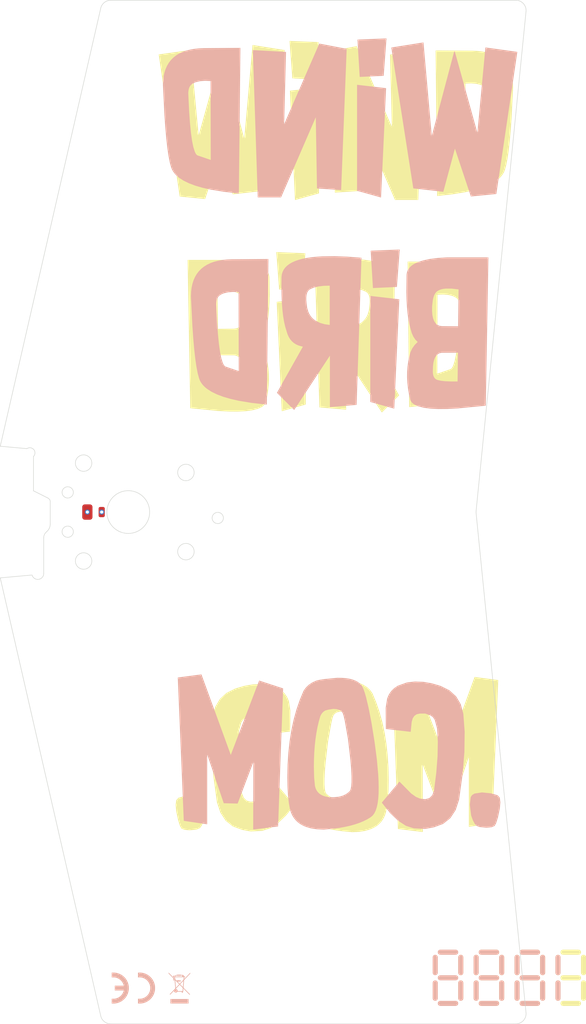
<source format=kicad_pcb>
(kicad_pcb (version 20221018) (generator pcbnew)
  (layers (0 "F.Cu" signal) (1 "In1.Cu" signal) (2 "In2.Cu" signal) (31 "B.Cu" signal) (34 "B.Paste" user) (35 "F.Paste" user) (36 "B.SilkS" user "B.Silkscreen") (37 "F.SilkS" user "F.Silkscreen") (38 "B.Mask" user) (39 "F.Mask" user) (44 "Edge.Cuts" user))
  (net 0 "")
  (footprint "windbird:tail_branding" (layer "F.Cu") (at 74 43)
    (fp_text reference "REF**" hide)
    (fp_text value "tail_branding" hide)
  )
  (footprint "windbird:tail_antenna_cable" (layer "F.Cu") (at 62.8 135)
    (fp_text reference "REF**" hide)
    (fp_text value "tail_antenna_cable")
    (pad "1" smd roundrect (at -2.8 0) (size 2 3) (layers "F.Cu" "F.Mask"))
    (pad "2" smd roundrect (at 0 0) (size 1.2 2) (layers "F.Cu" "F.Mask"))
  )
  (footprint "windbird:tail_branding" (layer "B.Cu") (at 144 42.5 180)
    (fp_text reference "REF**" hide)
    (fp_text value "tail_branding" hide)
  )
  (footprint "Symbol:CE-Logo_8.5x6mm_SilkScreen" (layer "B.Cu") (at 69 228 180)
    (fp_text reference "REF**" hide)
    (fp_text value "CE-Logo_8.5x6mm_SilkScreen" hide)
  )
  (footprint "Symbol:WEEE-Logo_4.2x6mm_SilkScreen" (layer "B.Cu") (at 78 228 180)
    (fp_text reference "REF**" hide)
    (fp_text value "WEEE-Logo_4.2x6mm_SilkScreen" hide)
  )
  (gr_line (start 133 227) (end 133 230) (stroke (width 1)) (layer "B.SilkS"))
  (gr_line (start 128 230) (end 128 227) (stroke (width 1)) (layer "B.SilkS"))
  (gr_line (start 129 221) (end 132 221) (stroke (width 1)) (layer "B.SilkS"))
  (gr_line (start 129 226) (end 132 226) (stroke (width 1)) (layer "B.SilkS"))
  (gr_line (start 132 231) (end 129 231) (stroke (width 1)) (layer "B.SilkS"))
  (gr_line (start 133 225) (end 133 222) (stroke (width 1)) (layer "B.SilkS"))
  (gr_line (start 128 222) (end 128 225) (stroke (width 1)) (layer "B.SilkS"))
  (gr_line (start 136 230) (end 136 227) (stroke (width 1)) (layer "B.SilkS"))
  (gr_line (start 144 230) (end 144 227) (stroke (width 1)) (layer "B.SilkS"))
  (gr_line (start 149 225) (end 149 222) (stroke (width 1)) (layer "B.SilkS"))
  (gr_line (start 140 231) (end 137 231) (stroke (width 1)) (layer "B.SilkS"))
  (gr_line (start 152 230) (end 152 227) (stroke (width 1)) (layer "B.SilkS"))
  (gr_line (start 136 222) (end 136 225) (stroke (width 1)) (layer "B.SilkS"))
  (gr_line (start 152 222) (end 152 225) (stroke (width 1)) (layer "B.SilkS"))
  (gr_line (start 141 227) (end 141 230) (stroke (width 1)) (layer "B.SilkS"))
  (gr_line (start 145 221) (end 148 221) (stroke (width 1)) (layer "B.SilkS"))
  (gr_line (start 137 221) (end 140 221) (stroke (width 1)) (layer "B.SilkS"))
  (gr_line (start 141 225) (end 141 222) (stroke (width 1)) (layer "B.SilkS"))
  (gr_line (start 149 227) (end 149 230) (stroke (width 1)) (layer "B.SilkS"))
  (gr_line (start 144 222) (end 144 225) (stroke (width 1)) (layer "B.SilkS"))
  (gr_line (start 148 231) (end 145 231) (stroke (width 1)) (layer "B.SilkS"))
  (gr_line (start 137 226) (end 140 226) (stroke (width 1)) (layer "B.SilkS"))
  (gr_line (start 145 226) (end 148 226) (stroke (width 1)) (layer "B.SilkS"))
  (gr_line (start 133 225) (end 133 222) (stroke (width 1)) (layer "F.SilkS"))
  (gr_line (start 133 227) (end 133 230) (stroke (width 1)) (layer "F.SilkS"))
  (gr_line (start 141 225) (end 141 222) (stroke (width 1)) (layer "F.SilkS"))
  (gr_line (start 145 231) (end 148 231) (stroke (width 1)) (layer "F.SilkS"))
  (gr_line (start 152 222) (end 152 225) (stroke (width 1)) (layer "F.SilkS"))
  (gr_line (start 157 227) (end 157 230) (stroke (width 1)) (layer "F.SilkS"))
  (gr_line (start 141 227) (end 141 230) (stroke (width 1)) (layer "F.SilkS"))
  (gr_line (start 137 226) (end 140 226) (stroke (width 1)) (layer "F.SilkS"))
  (gr_line (start 156 221) (end 153 221) (stroke (width 1)) (layer "F.SilkS"))
  (gr_line (start 144 230) (end 144 227) (stroke (width 1)) (layer "F.SilkS"))
  (gr_line (start 140 221) (end 137 221) (stroke (width 1)) (layer "F.SilkS"))
  (gr_line (start 145 226) (end 148 226) (stroke (width 1)) (layer "F.SilkS"))
  (gr_line (start 136 230) (end 136 227) (stroke (width 1)) (layer "F.SilkS"))
  (gr_line (start 149 225) (end 149 222) (stroke (width 1)) (layer "F.SilkS"))
  (gr_line (start 157 225) (end 157 222) (stroke (width 1)) (layer "F.SilkS"))
  (gr_line (start 149 227) (end 149 230) (stroke (width 1)) (layer "F.SilkS"))
  (gr_line (start 153 231) (end 156 231) (stroke (width 1)) (layer "F.SilkS"))
  (gr_line (start 152 230) (end 152 227) (stroke (width 1)) (layer "F.SilkS"))
  (gr_line (start 144 222) (end 144 225) (stroke (width 1)) (layer "F.SilkS"))
  (gr_line (start 153 226) (end 156 226) (stroke (width 1)) (layer "F.SilkS"))
  (gr_line (start 148 221) (end 145 221) (stroke (width 1)) (layer "F.SilkS"))
  (gr_line (start 137 231) (end 140 231) (stroke (width 1)) (layer "F.SilkS"))
  (gr_line (start 136 222) (end 136 225) (stroke (width 1)) (layer "F.SilkS"))
  (gr_line (start 49.467093 124.141251) (end 49.467093 130.849715) (stroke (width 0.1)) (layer "Edge.Cuts"))
  (gr_line (start 45.269295 122.346841) (end 42.973118 122.139552) (stroke (width 0.1)) (layer "Edge.Cuts"))
  (gr_line (start 64.566086 35) (end 143.763143 35) (stroke (width 0.1)) (layer "Edge.Cuts"))
  (gr_line (start 52.663544 132.591343) (end 52.745235 132.892947) (stroke (width 0.1)) (layer "Edge.Cuts"))
  (gr_circle (center 68 135) (end 72.175776 135) (stroke (width 0.1)) (fill none) (layer "Edge.Cuts"))
  (gr_circle (center 56.161857 131.158883) (end 57.261857 131.158883) (stroke (width 0.1)) (fill none) (layer "Edge.Cuts"))
  (gr_line (start 51.467093 140.045007) (end 51.467093 147) (stroke (width 0.1)) (layer "Edge.Cuts"))
  (gr_line (start 42.973118 122.139552) (end 62.61677 36.5526) (stroke (width 0.1)) (layer "Edge.Cuts"))
  (gr_arc (start 143.763144 35) (mid 145.246048 35.65799) (end 145.753217 37.199008) (stroke (width 0.1)) (layer "Edge.Cuts"))
  (gr_line (start 42.973083 147.860496) (end 46.454032 147.54602) (stroke (width 0.1)) (layer "Edge.Cuts"))
  (gr_arc (start 52.745235 137.35634) (mid 52.549482 138.181484) (end 52.027784 138.850075) (stroke (width 0.1)) (layer "Edge.Cuts"))
  (gr_circle (center 85.49256 136.156035) (end 86.59256 136.156035) (stroke (width 0.1)) (fill none) (layer "Edge.Cuts"))
  (gr_circle (center 59.267093 125.434836) (end 60.874683 125.434836) (stroke (width 0.1)) (fill none) (layer "Edge.Cuts"))
  (gr_arc (start 51.467093 140.045008) (mid 51.614233 139.385038) (end 52.027784 138.850075) (stroke (width 0.1)) (layer "Edge.Cuts"))
  (gr_line (start 135.993018 135.199007) (end 145.753217 232.800992) (stroke (width 0.1)) (layer "Edge.Cuts"))
  (gr_arc (start 135.993018 135.199008) (mid 135.983092 135.000001) (end 135.993018 134.800993) (stroke (width 0.1)) (layer "Edge.Cuts"))
  (gr_arc (start 51.467094 147) (mid 50.458882 148.148783) (end 49.188961 147.298198) (stroke (width 0.1)) (layer "Edge.Cuts"))
  (gr_circle (center 59.267093 144.565094) (end 60.874752 144.565094) (stroke (width 0.1)) (fill none) (layer "Edge.Cuts"))
  (gr_arc (start 145.753217 232.800993) (mid 145.246048 234.34201) (end 143.763143 235) (stroke (width 0.1)) (layer "Edge.Cuts"))
  (gr_arc (start 64.566086 235) (mid 63.320053 234.564417) (end 62.61677 233.447401) (stroke (width 0.1)) (layer "Edge.Cuts"))
  (gr_line (start 143.763143 235) (end 64.566086 235) (stroke (width 0.1)) (layer "Edge.Cuts"))
  (gr_arc (start 48.191627 122.611363) (mid 49.528069 122.793794) (end 49.467093 124.141251) (stroke (width 0.1)) (layer "Edge.Cuts"))
  (gr_circle (center 79.267092 127.266058) (end 80.875455 127.266058) (stroke (width 0.1)) (fill none) (layer "Edge.Cuts"))
  (gr_line (start 52.745235 132.892947) (end 52.745235 137.35634) (stroke (width 0.1)) (layer "Edge.Cuts"))
  (gr_line (start 48.191589 122.611363) (end 45.269295 122.346841) (stroke (width 0.1)) (layer "Edge.Cuts"))
  (gr_circle (center 79.267092 142.733881) (end 80.875516 142.733881) (stroke (width 0.1)) (fill none) (layer "Edge.Cuts"))
  (gr_circle (center 56.161857 138.841117) (end 57.261857 138.841117) (stroke (width 0.1)) (fill none) (layer "Edge.Cuts"))
  (gr_line (start 46.454032 147.54602) (end 49.188961 147.298198) (stroke (width 0.1)) (layer "Edge.Cuts"))
  (gr_line (start 52.383703 132.30804) (end 52.663544 132.591343) (stroke (width 0.1)) (layer "Edge.Cuts"))
  (gr_line (start 145.753217 37.199008) (end 135.993018 134.800993) (stroke (width 0.1)) (layer "Edge.Cuts"))
  (gr_arc (start 62.61677 36.552599) (mid 63.320053 35.435583) (end 64.566086 35) (stroke (width 0.1)) (layer "Edge.Cuts"))
  (gr_line (start 42.973118 147.860496) (end 62.61677 233.447401) (stroke (width 0.1)) (layer "Edge.Cuts"))
  (gr_line (start 49.467093 130.849715) (end 52.383743 132.30804) (stroke (width 0.1)) (layer "Edge.Cuts"))
  (segment (start 60 135) (end 60 135) (width 1) (layer "F.Cu") (net 0))
  (segment (start 60 135) (end 60.5 135) (width 1) (layer "F.Cu") (net 0))
  (segment (start 62.8 135) (end 62.8 135) (width 1) (layer "F.Cu") (net 0))
  (via (at 60 135) (size 1) (drill 0.6) (layers "F.Cu" "B.Cu") (net 0))
  (via (at 62.8 135) (size 1) (drill 0.6) (layers "F.Cu" "B.Cu") (net 0))
)
</source>
